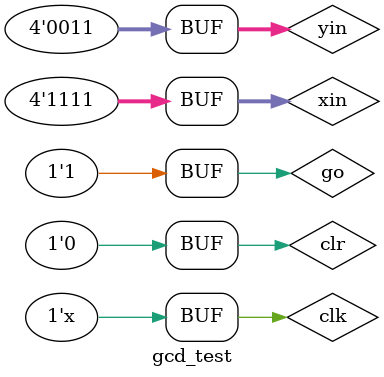
<source format=v>
`timescale 1ns/1ps  
module gcd_test;
	reg clk,clr,go;
	wire [3:0] gcd;
	reg [3:0] xin;
	reg [3:0] yin;
	always begin
	#5 clk<=~clk;
	end
	gcd_module gcd1(.clk(clk),.clr(clr),.go(go),.xin(xin),.yin(yin),.gcd(gcd));
	initial begin
		clk<=0;
		clr<=1;
		go<=0;
		xin<=4'b0001;
		yin<=4'b0001;
		#15;
		clr<=0;
		#10;
		go<=1;
		#10;
		xin<=4'b1111;
		yin<=4'b0011;
	end
	
endmodule
</source>
